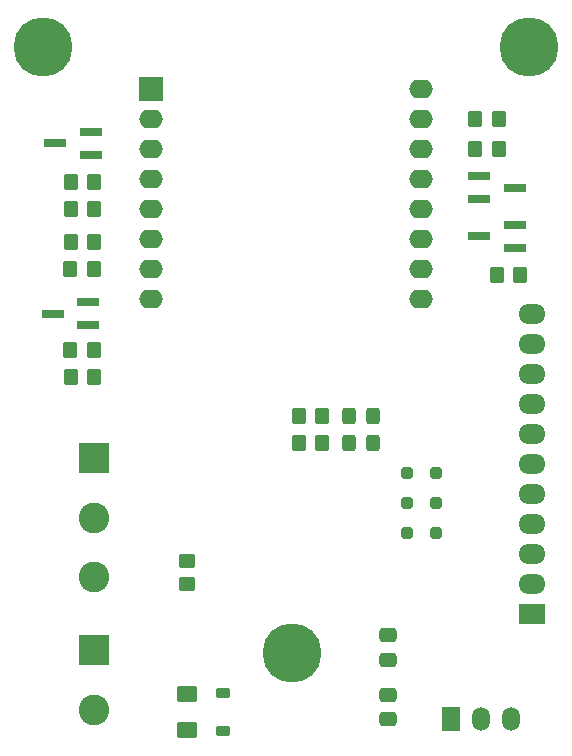
<source format=gts>
%TF.GenerationSoftware,KiCad,Pcbnew,7.0.9*%
%TF.CreationDate,2023-11-23T10:22:12-08:00*%
%TF.ProjectId,RatGDO-OpenSource-D1Mini-ESP8266-Tubez,52617447-444f-42d4-9f70-656e536f7572,2.5.0*%
%TF.SameCoordinates,Original*%
%TF.FileFunction,Soldermask,Top*%
%TF.FilePolarity,Negative*%
%FSLAX46Y46*%
G04 Gerber Fmt 4.6, Leading zero omitted, Abs format (unit mm)*
G04 Created by KiCad (PCBNEW 7.0.9) date 2023-11-23 10:22:12*
%MOMM*%
%LPD*%
G01*
G04 APERTURE LIST*
G04 Aperture macros list*
%AMRoundRect*
0 Rectangle with rounded corners*
0 $1 Rounding radius*
0 $2 $3 $4 $5 $6 $7 $8 $9 X,Y pos of 4 corners*
0 Add a 4 corners polygon primitive as box body*
4,1,4,$2,$3,$4,$5,$6,$7,$8,$9,$2,$3,0*
0 Add four circle primitives for the rounded corners*
1,1,$1+$1,$2,$3*
1,1,$1+$1,$4,$5*
1,1,$1+$1,$6,$7*
1,1,$1+$1,$8,$9*
0 Add four rect primitives between the rounded corners*
20,1,$1+$1,$2,$3,$4,$5,0*
20,1,$1+$1,$4,$5,$6,$7,0*
20,1,$1+$1,$6,$7,$8,$9,0*
20,1,$1+$1,$8,$9,$2,$3,0*%
G04 Aperture macros list end*
%ADD10RoundRect,0.250000X0.350000X0.450000X-0.350000X0.450000X-0.350000X-0.450000X0.350000X-0.450000X0*%
%ADD11RoundRect,0.250000X-0.350000X-0.450000X0.350000X-0.450000X0.350000X0.450000X-0.350000X0.450000X0*%
%ADD12R,1.900000X0.800000*%
%ADD13C,5.000000*%
%ADD14RoundRect,0.250000X0.250000X0.250000X-0.250000X0.250000X-0.250000X-0.250000X0.250000X-0.250000X0*%
%ADD15RoundRect,0.250000X0.325000X0.450000X-0.325000X0.450000X-0.325000X-0.450000X0.325000X-0.450000X0*%
%ADD16RoundRect,0.225000X0.375000X-0.225000X0.375000X0.225000X-0.375000X0.225000X-0.375000X-0.225000X0*%
%ADD17R,2.000000X2.000000*%
%ADD18O,2.000000X1.600000*%
%ADD19RoundRect,0.250000X0.450000X-0.350000X0.450000X0.350000X-0.450000X0.350000X-0.450000X-0.350000X0*%
%ADD20RoundRect,0.250000X0.475000X-0.337500X0.475000X0.337500X-0.475000X0.337500X-0.475000X-0.337500X0*%
%ADD21R,1.500000X2.000000*%
%ADD22O,1.500000X2.000000*%
%ADD23R,2.600000X2.600000*%
%ADD24C,2.600000*%
%ADD25RoundRect,0.250000X-0.475000X0.337500X-0.475000X-0.337500X0.475000X-0.337500X0.475000X0.337500X0*%
%ADD26RoundRect,0.250001X0.624999X-0.462499X0.624999X0.462499X-0.624999X0.462499X-0.624999X-0.462499X0*%
%ADD27R,2.300000X1.700000*%
%ADD28O,2.300000X1.700000*%
G04 APERTURE END LIST*
D10*
%TO.C,R5*%
X124698000Y-88137000D03*
X122698000Y-88137000D03*
%TD*%
%TO.C,R8*%
X158988000Y-71120000D03*
X156988000Y-71120000D03*
%TD*%
D11*
%TO.C,R3*%
X156988000Y-68580000D03*
X158988000Y-68580000D03*
%TD*%
D10*
%TO.C,R12*%
X144018000Y-93726000D03*
X142018000Y-93726000D03*
%TD*%
D12*
%TO.C,Q3*%
X124412000Y-71562000D03*
X124412000Y-69662000D03*
X121412000Y-70612000D03*
%TD*%
D13*
%TO.C,REF\u002A\u002A*%
X161544000Y-62484000D03*
%TD*%
D14*
%TO.C,D1*%
X153670000Y-103632000D03*
X151170000Y-103632000D03*
%TD*%
D13*
%TO.C,REF\u002A\u002A*%
X141478000Y-113792000D03*
%TD*%
D15*
%TO.C,D6*%
X146302000Y-93726000D03*
X148352000Y-93726000D03*
%TD*%
D16*
%TO.C,D4*%
X135636000Y-120396000D03*
X135636000Y-117096000D03*
%TD*%
D17*
%TO.C,U1*%
X129547500Y-66040000D03*
D18*
X129547500Y-68580000D03*
X129547500Y-71120000D03*
X129547500Y-73660000D03*
X129547500Y-76200000D03*
X129547500Y-78740000D03*
X129547500Y-81280000D03*
X129547500Y-83820000D03*
X152407500Y-83820000D03*
X152407500Y-81280000D03*
X152407500Y-78740000D03*
X152407500Y-76200000D03*
X152407500Y-73660000D03*
X152407500Y-71120000D03*
X152407500Y-68580000D03*
X152407500Y-66040000D03*
%TD*%
D19*
%TO.C,R6*%
X132588000Y-107950000D03*
X132588000Y-105950000D03*
%TD*%
D20*
%TO.C,C1*%
X149606000Y-119380000D03*
X149606000Y-117305000D03*
%TD*%
D11*
%TO.C,R11*%
X142018000Y-96012000D03*
X144018000Y-96012000D03*
%TD*%
D10*
%TO.C,R7*%
X160782000Y-81788000D03*
X158782000Y-81788000D03*
%TD*%
D12*
%TO.C,Q4*%
X124206000Y-85974000D03*
X124206000Y-84074000D03*
X121206000Y-85024000D03*
%TD*%
D13*
%TO.C,REF\u002A\u002A*%
X120396000Y-62484000D03*
%TD*%
D14*
%TO.C,D2*%
X153670000Y-101092000D03*
X151170000Y-101092000D03*
%TD*%
D12*
%TO.C,Q2*%
X157338000Y-73406000D03*
X157338000Y-75306000D03*
X160338000Y-74356000D03*
%TD*%
D21*
%TO.C,U2*%
X154940000Y-119380000D03*
D22*
X157480000Y-119380000D03*
X160020000Y-119380000D03*
%TD*%
D14*
%TO.C,D3*%
X153670000Y-98552000D03*
X151170000Y-98552000D03*
%TD*%
D10*
%TO.C,R10*%
X124714000Y-90424000D03*
X122714000Y-90424000D03*
%TD*%
D15*
%TO.C,D5*%
X148352000Y-96012000D03*
X146302000Y-96012000D03*
%TD*%
D12*
%TO.C,Q1*%
X160338000Y-79436000D03*
X160338000Y-77536000D03*
X157338000Y-78486000D03*
%TD*%
D10*
%TO.C,R4*%
X124714000Y-73914000D03*
X122714000Y-73914000D03*
%TD*%
D23*
%TO.C,J1*%
X124714000Y-97282000D03*
D24*
X124714000Y-102282000D03*
X124714000Y-107282000D03*
%TD*%
D10*
%TO.C,R9*%
X124714000Y-76200000D03*
X122714000Y-76200000D03*
%TD*%
%TO.C,R2*%
X124714000Y-78994000D03*
X122714000Y-78994000D03*
%TD*%
D25*
%TO.C,C2*%
X149606000Y-112268000D03*
X149606000Y-114343000D03*
%TD*%
D26*
%TO.C,F1*%
X132588000Y-120233500D03*
X132588000Y-117258500D03*
%TD*%
D11*
%TO.C,R1*%
X122698000Y-81280000D03*
X124698000Y-81280000D03*
%TD*%
D27*
%TO.C,J2*%
X161798000Y-110490000D03*
D28*
X161798000Y-107950000D03*
X161798000Y-105410000D03*
X161798000Y-102870000D03*
X161798000Y-100330000D03*
X161798000Y-97790000D03*
X161798000Y-95250000D03*
X161798000Y-92710000D03*
X161798000Y-90170000D03*
X161798000Y-87630000D03*
X161798000Y-85090000D03*
%TD*%
D23*
%TO.C,J3*%
X124714000Y-113538000D03*
D24*
X124714000Y-118538000D03*
%TD*%
M02*

</source>
